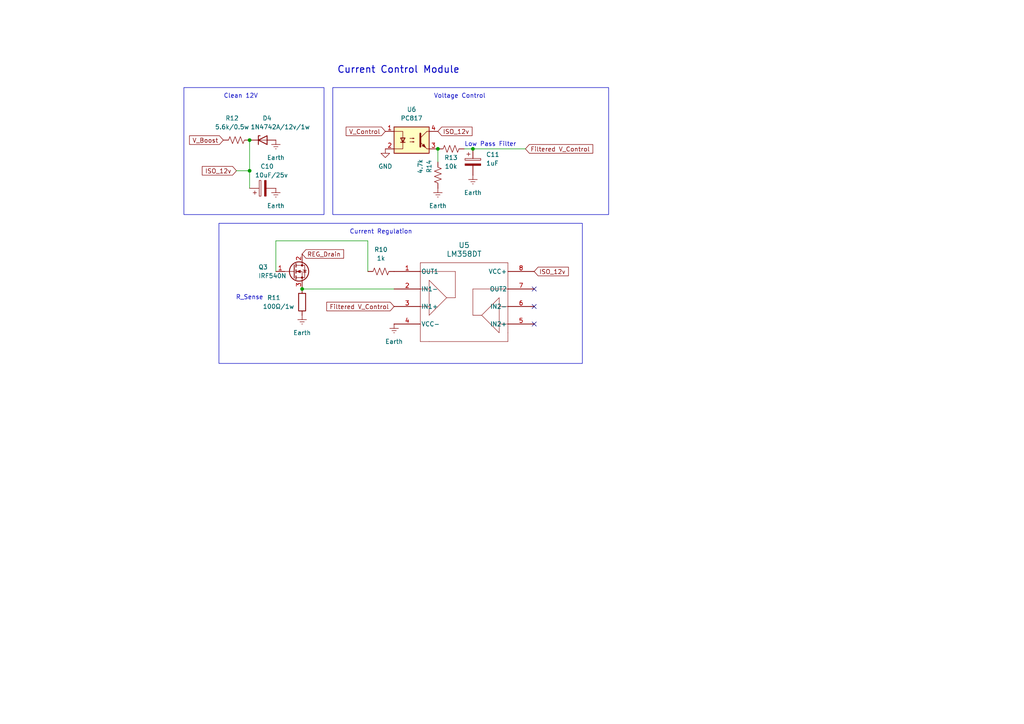
<source format=kicad_sch>
(kicad_sch (version 20250114) (generator "eeschema") (generator_version "9.0")
  (paper "A4")
  (lib_symbols
    (symbol "Device:C_Polarized" (pin_numbers (hide yes)) (pin_names (offset 0.254))
      (property "Reference" "C" (at 0.635 2.54 0))
      (property "Value" "C_Polarized" (at 0.635 -2.54 0))
      (symbol "C_Polarized_0_1"
        (rectangle (start -2.286 0.508) (end 2.286 1.016))
        (polyline (pts (xy -1.778 2.286) (xy -0.762 2.286)))
        (polyline (pts (xy -1.27 2.794) (xy -1.27 1.778)))
        (rectangle (start 2.286 -0.508) (end -2.286 -1.016) (fill (type outline)))
      )
      (symbol "C_Polarized_1_1"
        (pin passive line (at 0 3.81 270) (length 2.794) (name "~") (number "1"))
        (pin passive line (at 0 -3.81 90) (length 2.794) (name "~") (number "2"))
      )
    )
    (symbol "Device:R" (pin_numbers (hide yes)) (pin_names (offset 0))
      (property "Reference" "R" (at 2.032 0 90))
      (property "Value" "R" (at 0 0 90))
      (symbol "R_0_1"
        (rectangle (start -1.016 -2.54) (end 1.016 2.54) (stroke (width 0.254)))
      )
      (symbol "R_1_1"
        (pin passive line (at 0 3.81 270) (length 1.27) (name "~") (number "1"))
        (pin passive line (at 0 -3.81 90) (length 1.27) (name "~") (number "2"))
      )
    )
    (symbol "Device:R_US" (pin_numbers (hide yes)) (pin_names (offset 0))
      (property "Reference" "R" (at 2.54 0 90))
      (property "Value" "R_US" (at -2.54 0 90))
      (symbol "R_US_0_1"
        (polyline (pts (xy 0 2.286) (xy 0 2.54)))
        (polyline (pts (xy 0 2.286) (xy 1.016 1.905) (xy 0 1.524) (xy -1.016 1.143) (xy 0 0.762)))
        (polyline (pts (xy 0 0.762) (xy 1.016 0.381) (xy 0 0) (xy -1.016 -0.381) (xy 0 -0.762)))
        (polyline (pts (xy 0 -0.762) (xy 1.016 -1.143) (xy 0 -1.524) (xy -1.016 -1.905) (xy 0 -2.286)))
        (polyline (pts (xy 0 -2.286) (xy 0 -2.54)))
      )
      (symbol "R_US_1_1"
        (pin passive line (at 0 3.81 270) (length 1.27) (name "~") (number "1"))
        (pin passive line (at 0 -3.81 90) (length 1.27) (name "~") (number "2"))
      )
    )
    (symbol "Diode:1N47xxA" (pin_numbers (hide yes)) (pin_names (hide yes))
      (property "Reference" "D" (at 0 2.54 0))
      (property "Value" "1N47xxA" (at 0 -2.54 0))
      (symbol "1N47xxA_0_1"
        (polyline (pts (xy -1.27 -1.27) (xy -1.27 1.27) (xy -0.762 1.27)) (stroke (width 0.254)))
        (polyline (pts (xy 1.27 0) (xy -1.27 0)))
        (polyline (pts (xy 1.27 -1.27) (xy 1.27 1.27) (xy -1.27 0) (xy 1.27 -1.27)) (stroke (width 0.254)))
      )
      (symbol "1N47xxA_1_1"
        (pin passive line (at -3.81 0 0) (length 2.54) (name "K") (number "1"))
        (pin passive line (at 3.81 0 180) (length 2.54) (name "A") (number "2"))
      )
    )
    (symbol "Isolator:PC817" (pin_names (offset 1.016))
      (property "Reference" "U" (at -5.08 5.08 0))
      (property "Value" "PC817" (at 0 5.08 0))
      (symbol "PC817_0_1"
        (rectangle (start -5.08 3.81) (end 5.08 -3.81) (stroke (width 0.254)) (fill (type background)))
        (polyline (pts (xy -5.08 2.54) (xy -2.54 2.54) (xy -2.54 -0.635)))
        (polyline (pts (xy -3.175 -0.635) (xy -1.905 -0.635)) (stroke (width 0.254)))
        (polyline (pts (xy -2.54 -0.635) (xy -2.54 -2.54) (xy -5.08 -2.54)))
        (polyline (pts (xy -2.54 -0.635) (xy -3.175 0.635) (xy -1.905 0.635) (xy -2.54 -0.635)) (stroke (width 0.254)))
        (polyline (pts (xy -0.508 0.508) (xy 0.762 0.508) (xy 0.381 0.381) (xy 0.381 0.635) (xy 0.762 0.508)))
        (polyline (pts (xy -0.508 -0.508) (xy 0.762 -0.508) (xy 0.381 -0.635) (xy 0.381 -0.381) (xy 0.762 -0.508)))
        (polyline (pts (xy 2.54 1.905) (xy 2.54 -1.905)) (stroke (width 0.508)))
        (polyline (pts (xy 2.54 0.635) (xy 4.445 2.54)))
        (polyline (pts (xy 3.048 -1.651) (xy 3.556 -1.143) (xy 4.064 -2.159) (xy 3.048 -1.651)) (fill (type outline)))
        (polyline (pts (xy 4.445 2.54) (xy 5.08 2.54)))
        (polyline (pts (xy 4.445 -2.54) (xy 2.54 -0.635)) (fill (type outline)))
        (polyline (pts (xy 4.445 -2.54) (xy 5.08 -2.54)))
      )
      (symbol "PC817_1_1"
        (pin passive line (at -7.62 2.54 0) (length 2.54) (name "~") (number "1"))
        (pin passive line (at -7.62 -2.54 0) (length 2.54) (name "~") (number "2"))
        (pin passive line (at 7.62 2.54 180) (length 2.54) (name "~") (number "4"))
        (pin passive line (at 7.62 -2.54 180) (length 2.54) (name "~") (number "3"))
      )
    )
    (symbol "LM358DT_opamp:LM358DT" (pin_names (offset 0.254))
      (property "Reference" "U" (at 20.32 7.62 0))
      (property "Value" "LM358DT" (at 20.32 5.08 0))
      (symbol "LM358DT_0_1"
        (polyline (pts (xy 7.62 2.54) (xy 7.62 -20.32)) (stroke (width 0.127)))
        (polyline (pts (xy 7.62 0) (xy 17.78 0)) (stroke (width 0.127)))
        (polyline (pts (xy 7.62 -20.32) (xy 10.16 -20.32)) (stroke (width 0.127)))
        (polyline (pts (xy 10.16 -2.54) (xy 10.16 -12.7)) (stroke (width 0.127)))
        (polyline (pts (xy 10.16 -5.08) (xy 7.62 -5.08)) (stroke (width 0.127)))
        (polyline (pts (xy 10.16 -10.16) (xy 7.62 -10.16)) (stroke (width 0.127)))
        (polyline (pts (xy 10.16 -12.7) (xy 15.24 -7.62)) (stroke (width 0.127)))
        (polyline (pts (xy 10.16 -20.32) (xy 33.02 -20.32)) (stroke (width 0.127)))
        (polyline (pts (xy 15.24 -7.62) (xy 10.16 -2.54)) (stroke (width 0.127)))
        (polyline (pts (xy 17.78 0) (xy 17.78 -7.62)) (stroke (width 0.127)))
        (polyline (pts (xy 17.78 -7.62) (xy 15.24 -7.62)) (stroke (width 0.127)))
        (polyline (pts (xy 22.86 -5.08) (xy 33.02 -5.08)) (stroke (width 0.127)))
        (polyline (pts (xy 22.86 -12.7) (xy 22.86 -5.08)) (stroke (width 0.127)))
        (polyline (pts (xy 25.4 -12.7) (xy 22.86 -12.7)) (stroke (width 0.127)))
        (polyline (pts (xy 25.4 -12.7) (xy 30.48 -17.78)) (stroke (width 0.127)))
        (polyline (pts (xy 30.48 -7.62) (xy 25.4 -12.7)) (stroke (width 0.127)))
        (polyline (pts (xy 30.48 -17.78) (xy 30.48 -7.62)) (stroke (width 0.127)))
        (polyline (pts (xy 33.02 2.54) (xy 7.62 2.54)) (stroke (width 0.127)))
        (polyline (pts (xy 33.02 -10.16) (xy 30.48 -10.16)) (stroke (width 0.127)))
        (polyline (pts (xy 33.02 -15.24) (xy 30.48 -15.24)) (stroke (width 0.127)))
        (polyline (pts (xy 33.02 -17.78) (xy 33.02 2.54)) (stroke (width 0.127)))
        (polyline (pts (xy 33.02 -17.78) (xy 33.02 -20.32)) (stroke (width 0.127)))
        (pin output line (at 0 0 0) (length 7.62) (name "OUT1") (number "1"))
        (pin input line (at 0 -5.08 0) (length 7.62) (name "IN1-") (number "2"))
        (pin input line (at 0 -10.16 0) (length 7.62) (name "IN1+") (number "3"))
        (pin power_in line (at 0 -15.24 0) (length 7.62) (name "VCC-") (number "4"))
        (pin power_in line (at 40.64 0 180) (length 7.62) (name "VCC+") (number "8"))
        (pin output line (at 40.64 -5.08 180) (length 7.62) (name "OUT2") (number "7"))
        (pin input line (at 40.64 -10.16 180) (length 7.62) (name "IN2-") (number "6"))
        (pin input line (at 40.64 -15.24 180) (length 7.62) (name "IN2+") (number "5"))
      )
    )
    (symbol "Transistor_FET:IRF540N" (pin_names (hide yes))
      (property "Reference" "Q" (at 5.08 1.905 0))
      (property "Value" "IRF540N" (at 5.08 0 0))
      (symbol "IRF540N_0_1"
        (polyline (pts (xy 0.254 1.905) (xy 0.254 -1.905)) (stroke (width 0.254)))
        (polyline (pts (xy 0.254 0) (xy -2.54 0)))
        (polyline (pts (xy 0.762 2.286) (xy 0.762 1.27)) (stroke (width 0.254)))
        (polyline (pts (xy 0.762 0.508) (xy 0.762 -0.508)) (stroke (width 0.254)))
        (polyline (pts (xy 0.762 -1.27) (xy 0.762 -2.286)) (stroke (width 0.254)))
        (polyline (pts (xy 0.762 -1.778) (xy 3.302 -1.778) (xy 3.302 1.778) (xy 0.762 1.778)))
        (polyline (pts (xy 1.016 0) (xy 2.032 0.381) (xy 2.032 -0.381) (xy 1.016 0)) (fill (type outline)))
        (circle (center 1.651 0) (radius 2.794) (stroke (width 0.254)))
        (polyline (pts (xy 2.54 2.54) (xy 2.54 1.778)))
        (circle (center 2.54 1.778) (radius 0.254) (fill (type outline)))
        (circle (center 2.54 -1.778) (radius 0.254) (fill (type outline)))
        (polyline (pts (xy 2.54 -2.54) (xy 2.54 0) (xy 0.762 0)))
        (polyline (pts (xy 2.794 0.508) (xy 2.921 0.381) (xy 3.683 0.381) (xy 3.81 0.254)))
        (polyline (pts (xy 3.302 0.381) (xy 2.921 -0.254) (xy 3.683 -0.254) (xy 3.302 0.381)))
      )
      (symbol "IRF540N_1_1"
        (pin input line (at -5.08 0 0) (length 2.54) (name "G") (number "1"))
        (pin passive line (at 2.54 5.08 270) (length 2.54) (name "D") (number "2"))
        (pin passive line (at 2.54 -5.08 90) (length 2.54) (name "S") (number "3"))
      )
    )
    (symbol "power:Earth" (power) (pin_numbers (hide yes)) (pin_names (offset 0) (hide yes))
      (property "Value" "Earth" (at 0 -3.81 0))
      (symbol "Earth_0_1"
        (polyline (pts (xy -0.635 -1.905) (xy 0.635 -1.905)))
        (polyline (pts (xy -0.127 -2.54) (xy 0.127 -2.54)))
        (polyline (pts (xy 0 -1.27) (xy 0 0)))
        (polyline (pts (xy 1.27 -1.27) (xy -1.27 -1.27)))
      )
      (symbol "Earth_1_1"
        (pin power_in line (at 0 0 270) (length 0) (name "~") (number "1"))
      )
    )
    (symbol "power:GND" (power) (pin_numbers (hide yes)) (pin_names (offset 0) (hide yes))
      (property "Value" "GND" (at 0 -3.81 0))
      (symbol "GND_0_1"
        (polyline (pts (xy 0 0) (xy 0 -1.27) (xy 1.27 -1.27) (xy 0 -2.54) (xy -1.27 -1.27) (xy 0 -1.27)))
      )
      (symbol "GND_1_1"
        (pin power_in line (at 0 0 270) (length 0) (name "~") (number "1"))
      )
    )
  )
  (rectangle (start 96.52 25.4) (end 176.53 62.23))
  (rectangle (start 63.5 64.77) (end 168.91 105.41))
  (rectangle (start 53.34 25.4) (end 93.98 62.23))
  (text "Current Regulation" (at 110.49 67.31 0) (effects (font (size 1.27 1.27))))
  (text "Clean 12V" (at 69.85 27.94 0) (effects (font (size 1.27 1.27))))
  (text "Current Control Module" (at 115.57 20.32 0) (effects (font (size 2 2) (thickness 0.254) (bold yes))))
  (text "Voltage Control" (at 133.35 27.94 0) (effects (font (size 1.27 1.27))))
  (text "Low Pass Filter" (at 142.24 41.91 0) (effects (font (size 1.27 1.27))))
  (text "R_Sense" (at 72.39 86.36 0) (effects (font (size 1.27 1.27))))
  (junction (at 87.63 83.82))
  (junction (at 72.39 40.64))
  (junction (at 72.39 49.53))
  (junction (at 127 43.18))
  (junction (at 137.16 43.18))
  (no_connect (at 154.94 88.9))
  (no_connect (at 154.94 83.82))
  (no_connect (at 154.94 93.98))
  (wire (pts (xy 80.01 69.85) (xy 80.01 78.74)))
  (wire (pts (xy 72.39 49.53) (xy 68.58 49.53)))
  (wire (pts (xy 72.39 49.53) (xy 72.39 54.61)))
  (wire (pts (xy 87.63 83.82) (xy 114.3 83.82)))
  (wire (pts (xy 106.68 69.85) (xy 106.68 78.74)))
  (wire (pts (xy 134.62 43.18) (xy 137.16 43.18)))
  (wire (pts (xy 127 46.99) (xy 127 43.18)))
  (wire (pts (xy 106.68 69.85) (xy 80.01 69.85)))
  (wire (pts (xy 137.16 43.18) (xy 152.4 43.18)))
  (wire (pts (xy 72.39 40.64) (xy 72.39 49.53)))
  (global_label "ISO_12v" (shape input) (at 68.58 49.53 180) (property "Intersheetrefs" "${INTERSHEET_REFS}" (effects (hide yes))))
  (global_label "V_Control" (shape input) (at 111.76 38.1 180) (property "Intersheetrefs" "${INTERSHEET_REFS}" (effects (hide yes))))
  (global_label "Filtered V_Control" (shape input) (at 152.4 43.18 0) (property "Intersheetrefs" "${INTERSHEET_REFS}" (effects (hide yes))))
  (global_label "ISO_12v" (shape input) (at 127 38.1 0) (property "Intersheetrefs" "${INTERSHEET_REFS}" (effects (hide yes))))
  (global_label "REG_Drain" (shape input) (at 87.63 73.66 0) (property "Intersheetrefs" "${INTERSHEET_REFS}" (effects (hide yes))))
  (global_label "ISO_12v" (shape input) (at 154.94 78.74 0) (property "Intersheetrefs" "${INTERSHEET_REFS}" (effects (hide yes))))
  (global_label "V_Boost" (shape input) (at 64.77 40.64 180) (property "Intersheetrefs" "${INTERSHEET_REFS}" (effects (hide yes))))
  (global_label "Filtered V_Control" (shape input) (at 114.3 88.9 180) (property "Intersheetrefs" "${INTERSHEET_REFS}" (effects (hide yes))))
  (symbol (lib_id "Device:R") (at 87.63 87.63 0) (unit 1)
    (property "Reference" "R11" (at 77.47 86.36 0) (effects (justify left)))
    (property "Value" "100Ω/1w" (at 76.2 88.9 0) (effects (justify left)))
    (property "Footprint" "Resistor_THT:R_Axial_DIN0414_L11.9mm_D4.5mm_P15.24mm_Horizontal" (effects (hide yes)))
    (property "Description" "Resistor" (effects (hide yes)))
  )
  (symbol (lib_id "power:Earth") (at 114.3 93.98 0) (unit 1)
    (property "Reference" "#PWR028" (effects (hide yes)))
    (property "Value" "Earth" (at 114.3 99.06 0))
    (property "Description" "Power symbol creates a global label with name \"Earth\"" (effects (hide yes)))
  )
  (symbol (lib_id "power:Earth") (at 80.01 54.61 0) (unit 1)
    (property "Reference" "#PWR029" (effects (hide yes)))
    (property "Value" "Earth" (at 80.01 59.69 0))
    (property "Description" "Power symbol creates a global label with name \"Earth\"" (effects (hide yes)))
  )
  (symbol (lib_id "Device:R_US") (at 110.49 78.74 90) (unit 1)
    (property "Reference" "R10" (at 110.49 72.39 90))
    (property "Value" "1k" (at 110.49 74.93 90))
    (property "Footprint" "Resistor_SMD:R_0805_2012Metric_Pad1.20x1.40mm_HandSolder" (effects (hide yes)))
    (property "Description" "Resistor, US symbol" (effects (hide yes)))
  )
  (symbol (lib_id "Diode:1N47xxA") (at 76.2 40.64 0) (unit 1)
    (property "Reference" "D4" (at 77.47 34.29 0))
    (property "Value" "1N4742A/12v/1w" (at 81.28 36.83 0))
    (property "Footprint" "Diode_THT:D_DO-41_SOD81_P10.16mm_Horizontal" (effects (hide yes)))
    (property "Datasheet" "https://www.vishay.com/docs/85816/1n4728a.pdf" (effects (hide yes)))
    (property "Description" "1300mW Silicon planar power Zener diodes, DO-41" (effects (hide yes)))
  )
  (symbol (lib_id "power:GND") (at 111.76 43.18 0) (unit 1)
    (property "Reference" "#PWR030" (effects (hide yes)))
    (property "Value" "GND" (at 111.76 48.26 0))
    (property "Description" "Power symbol creates a global label with name \"GND\" , ground" (effects (hide yes)))
  )
  (symbol (lib_id "power:Earth") (at 80.01 40.64 0) (unit 1)
    (property "Reference" "#PWR026" (effects (hide yes)))
    (property "Value" "Earth" (at 80.01 45.72 0))
    (property "Description" "Power symbol creates a global label with name \"Earth\"" (effects (hide yes)))
  )
  (symbol (lib_id "Device:R_US") (at 127 50.8 180) (unit 1)
    (property "Reference" "R14" (at 124.46 48.26 90))
    (property "Value" "4.7k" (at 121.92 48.26 90))
    (property "Footprint" "Resistor_SMD:R_0805_2012Metric_Pad1.20x1.40mm_HandSolder" (effects (hide yes)))
    (property "Description" "Resistor, US symbol" (effects (hide yes)))
  )
  (symbol (lib_id "LM358DT_opamp:LM358DT") (at 114.3 78.74 0) (unit 1)
    (property "Reference" "U5" (at 134.62 71.12 0) (effects (font (size 1.524 1.524))))
    (property "Value" "LM358DT" (at 134.62 73.66 0) (effects (font (size 1.524 1.524))))
    (property "Footprint" "Package_DIP:DIP-8_W10.16mm" (effects (hide yes)))
    (property "Datasheet" "https://www.st.com/resource/en/datasheet/lm158.pdf" (effects (hide yes)))
  )
  (symbol (lib_id "Transistor_FET:IRF540N") (at 85.09 78.74 0) (unit 1)
    (property "Reference" "Q3" (at 74.93 77.47 0) (effects (justify left)))
    (property "Value" "IRF540N" (at 74.93 80.01 0) (effects (justify left)))
    (property "Footprint" "Package_TO_SOT_THT:TO-220-3_Vertical" (effects (hide yes)))
    (property "Datasheet" "http://www.irf.com/product-info/datasheets/data/irf540n.pdf" (effects (hide yes)))
    (property "Description" "33A Id, 100V Vds, HEXFET N-Channel MOSFET, TO-220" (effects (hide yes)))
  )
  (symbol (lib_id "power:Earth") (at 127 54.61 0) (unit 1)
    (property "Reference" "#PWR032" (effects (hide yes)))
    (property "Value" "Earth" (at 127 59.69 0))
    (property "Description" "Power symbol creates a global label with name \"Earth\"" (effects (hide yes)))
  )
  (symbol (lib_id "Device:C_Polarized") (at 137.16 46.99 0) (unit 1)
    (property "Reference" "C11" (at 140.97 44.8309 0) (effects (justify left)))
    (property "Value" "1uF" (at 140.97 47.3709 0) (effects (justify left)))
    (property "Footprint" "Capacitor_SMD:C_Elec_5x5.8" (effects (hide yes)))
    (property "Description" "Polarized capacitor" (effects (hide yes)))
  )
  (symbol (lib_id "Device:C_Polarized") (at 76.2 54.61 90) (unit 1)
    (property "Reference" "C10" (at 77.47 48.26 90))
    (property "Value" "10uF/25v" (at 78.74 50.8 90))
    (property "Footprint" "Capacitor_SMD:CP_Elec_8x10" (effects (hide yes)))
    (property "Description" "Polarized capacitor" (effects (hide yes)))
  )
  (symbol (lib_id "Device:R_US") (at 68.58 40.64 90) (unit 1)
    (property "Reference" "R12" (at 67.31 34.29 90))
    (property "Value" "5.6k/0.5w" (at 67.31 36.83 90))
    (property "Footprint" "Resistor_THT:R_Axial_DIN0414_L11.9mm_D4.5mm_P15.24mm_Horizontal" (effects (hide yes)))
    (property "Description" "Resistor, US symbol" (effects (hide yes)))
  )
  (symbol (lib_id "Isolator:PC817") (at 119.38 40.64 0) (unit 1)
    (property "Reference" "U6" (at 119.38 31.75 0))
    (property "Value" "PC817" (at 119.38 34.29 0))
    (property "Footprint" "Package_DIP:DIP-4_W7.62mm" (effects (hide yes)))
    (property "Datasheet" "http://www.soselectronic.cz/a_info/resource/d/pc817.pdf" (effects (hide yes)))
    (property "Description" "DC Optocoupler, Vce 35V, CTR 50-300%, DIP-4" (effects (hide yes)))
  )
  (symbol (lib_id "power:Earth") (at 87.63 91.44 0) (unit 1)
    (property "Reference" "#PWR027" (effects (hide yes)))
    (property "Value" "Earth" (at 87.63 96.52 0))
    (property "Description" "Power symbol creates a global label with name \"Earth\"" (effects (hide yes)))
  )
  (symbol (lib_id "power:Earth") (at 137.16 50.8 0) (unit 1)
    (property "Reference" "#PWR031" (effects (hide yes)))
    (property "Value" "Earth" (at 137.16 55.88 0))
    (property "Description" "Power symbol creates a global label with name \"Earth\"" (effects (hide yes)))
  )
  (symbol (lib_id "Device:R_US") (at 130.81 43.18 270) (unit 1)
    (property "Reference" "R13" (at 130.81 45.72 90))
    (property "Value" "10k" (at 130.81 48.26 90))
    (property "Footprint" "Resistor_SMD:R_0805_2012Metric_Pad1.20x1.40mm_HandSolder" (effects (hide yes)))
    (property "Description" "Resistor, US symbol" (effects (hide yes)))
  )
)
</source>
